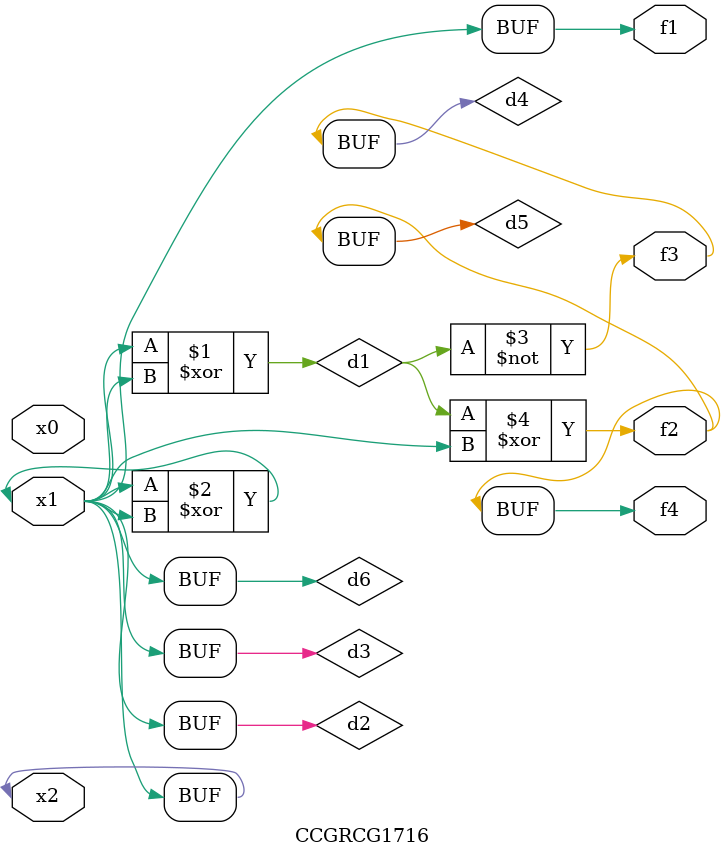
<source format=v>
module CCGRCG1716(
	input x0, x1, x2,
	output f1, f2, f3, f4
);

	wire d1, d2, d3, d4, d5, d6;

	xor (d1, x1, x2);
	buf (d2, x1, x2);
	xor (d3, x1, x2);
	nor (d4, d1);
	xor (d5, d1, d2);
	buf (d6, d2, d3);
	assign f1 = d6;
	assign f2 = d5;
	assign f3 = d4;
	assign f4 = d5;
endmodule

</source>
